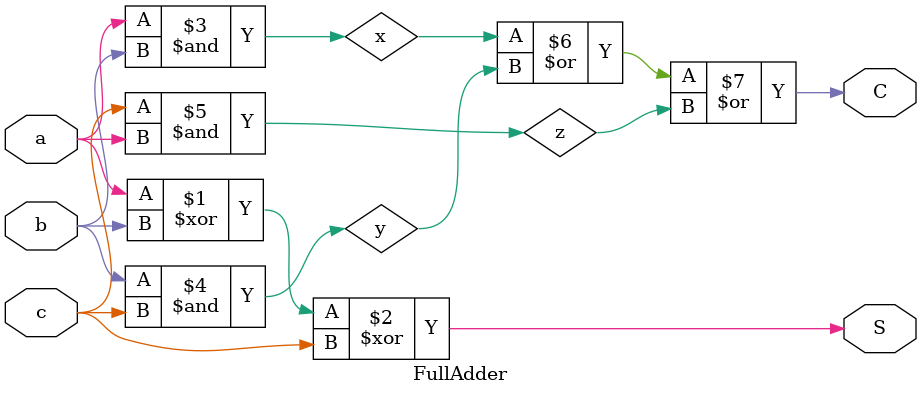
<source format=v>
`timescale 1ns / 1ps


module FullAdder(a, b, c, S, C);
	input a, b, c;
	output S, C;
	wire x, y, z;
	xor(S, a, b, c);
	and(x, a, b);
	and(y, b, c);
	and(z, c, a);
	or(C, x, y, z);
endmodule

</source>
